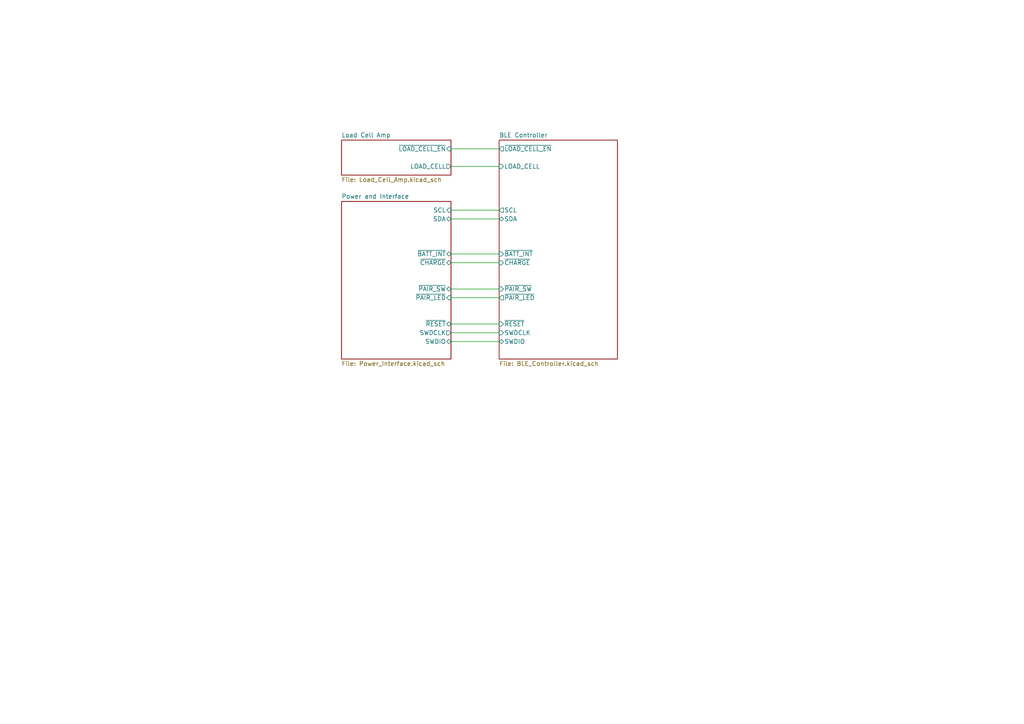
<source format=kicad_sch>
(kicad_sch
	(version 20250114)
	(generator "eeschema")
	(generator_version "9.0")
	(uuid "012d7bf9-8223-4140-afc5-ecb09d57c558")
	(paper "A4")
	(title_block
		(title "Project Architecture")
		(rev "${REVISION}")
		(company "${COMPANY}")
	)
	(lib_symbols)
	(wire
		(pts
			(xy 130.81 86.36) (xy 144.78 86.36)
		)
		(stroke
			(width 0)
			(type default)
		)
		(uuid "1227ecff-04bc-4a85-a4a2-9986e3c2ad4a")
	)
	(wire
		(pts
			(xy 130.81 93.98) (xy 144.78 93.98)
		)
		(stroke
			(width 0)
			(type default)
		)
		(uuid "1898be09-8fa4-4565-bf40-890a2e10f45d")
	)
	(wire
		(pts
			(xy 130.81 96.52) (xy 144.78 96.52)
		)
		(stroke
			(width 0)
			(type default)
		)
		(uuid "404ce2b2-2e75-4463-a315-c3ae394581a9")
	)
	(wire
		(pts
			(xy 130.81 48.26) (xy 144.78 48.26)
		)
		(stroke
			(width 0)
			(type default)
		)
		(uuid "665a9c50-6c67-4d58-8689-e57ca4b708e4")
	)
	(wire
		(pts
			(xy 130.81 63.5) (xy 144.78 63.5)
		)
		(stroke
			(width 0)
			(type default)
		)
		(uuid "9000076b-76fb-4760-906e-84be4704f53f")
	)
	(wire
		(pts
			(xy 130.81 73.66) (xy 144.78 73.66)
		)
		(stroke
			(width 0)
			(type default)
		)
		(uuid "90a59d0d-e940-4d15-8372-47e412a5b0a0")
	)
	(wire
		(pts
			(xy 130.81 76.2) (xy 144.78 76.2)
		)
		(stroke
			(width 0)
			(type default)
		)
		(uuid "95a259d0-6e23-4641-a5b8-e19e9c8f503c")
	)
	(wire
		(pts
			(xy 130.81 99.06) (xy 144.78 99.06)
		)
		(stroke
			(width 0)
			(type default)
		)
		(uuid "9a2663ac-f5d5-4051-a276-d8acb93f7e6e")
	)
	(wire
		(pts
			(xy 130.81 43.18) (xy 144.78 43.18)
		)
		(stroke
			(width 0)
			(type default)
		)
		(uuid "9b62e6bb-09ba-4cdc-9e26-c7a873d2759b")
	)
	(wire
		(pts
			(xy 130.81 60.96) (xy 144.78 60.96)
		)
		(stroke
			(width 0)
			(type default)
		)
		(uuid "d1c97e81-d9a8-4291-917f-dd80e406f5d8")
	)
	(wire
		(pts
			(xy 130.81 83.82) (xy 144.78 83.82)
		)
		(stroke
			(width 0)
			(type default)
		)
		(uuid "d8a02ddb-f9dd-4235-8ebc-da2d53c12958")
	)
	(sheet
		(at 99.06 58.42)
		(size 31.75 45.72)
		(exclude_from_sim no)
		(in_bom yes)
		(on_board yes)
		(dnp no)
		(fields_autoplaced yes)
		(stroke
			(width 0.1524)
			(type solid)
		)
		(fill
			(color 0 0 0 0.0000)
		)
		(uuid "6c8ce547-8e28-496a-9003-0e7dbfd93e8c")
		(property "Sheetname" "Power and Interface"
			(at 99.06 57.7084 0)
			(effects
				(font
					(size 1.27 1.27)
				)
				(justify left bottom)
			)
		)
		(property "Sheetfile" "Power_Interface.kicad_sch"
			(at 99.06 104.7246 0)
			(effects
				(font
					(size 1.27 1.27)
				)
				(justify left top)
			)
		)
		(pin "SWDCLK" output
			(at 130.81 96.52 0)
			(uuid "0db50187-0e7d-4aa7-b73a-d4608407bdef")
			(effects
				(font
					(size 1.27 1.27)
				)
				(justify right)
			)
		)
		(pin "SWDIO" bidirectional
			(at 130.81 99.06 0)
			(uuid "31c4f044-6d82-42ca-868b-7f6fc949aad2")
			(effects
				(font
					(size 1.27 1.27)
				)
				(justify right)
			)
		)
		(pin "~{RESET}" bidirectional
			(at 130.81 93.98 0)
			(uuid "a5ccfa40-c07b-4743-b2dc-ccff2da16997")
			(effects
				(font
					(size 1.27 1.27)
				)
				(justify right)
			)
		)
		(pin "SCL" input
			(at 130.81 60.96 0)
			(uuid "e419e6b7-8afa-415f-af8d-ec98a94d6c1d")
			(effects
				(font
					(size 1.27 1.27)
				)
				(justify right)
			)
		)
		(pin "SDA" bidirectional
			(at 130.81 63.5 0)
			(uuid "adf13c8d-c313-4244-8ee9-8fad108b5666")
			(effects
				(font
					(size 1.27 1.27)
				)
				(justify right)
			)
		)
		(pin "~{BATT_INT}" bidirectional
			(at 130.81 73.66 0)
			(uuid "a82262f1-58a6-4d58-a13c-395d10096253")
			(effects
				(font
					(size 1.27 1.27)
				)
				(justify right)
			)
		)
		(pin "~{PAIR_LED}" input
			(at 130.81 86.36 0)
			(uuid "05f5f7de-a55c-49de-b978-781626898b2a")
			(effects
				(font
					(size 1.27 1.27)
				)
				(justify right)
			)
		)
		(pin "~{PAIR_SW}" bidirectional
			(at 130.81 83.82 0)
			(uuid "69845853-5710-42aa-8ef5-f22c2fd7cde5")
			(effects
				(font
					(size 1.27 1.27)
				)
				(justify right)
			)
		)
		(pin "~{CHARGE}" tri_state
			(at 130.81 76.2 0)
			(uuid "ce61224f-a186-4441-9c12-d88a5f5b77b8")
			(effects
				(font
					(size 1.27 1.27)
				)
				(justify right)
			)
		)
		(instances
			(project "Test_5"
				(path "/8bfb0b6c-9e3a-4761-bc1e-4eb40915aa0b/f6afef58-d841-4ad6-baf9-746b0a35f011"
					(page "6")
				)
			)
		)
	)
	(sheet
		(at 144.78 40.64)
		(size 34.29 63.5)
		(exclude_from_sim no)
		(in_bom yes)
		(on_board yes)
		(dnp no)
		(fields_autoplaced yes)
		(stroke
			(width 0.1524)
			(type solid)
		)
		(fill
			(color 0 0 0 0.0000)
		)
		(uuid "9da43fd7-7a0a-403c-bf2c-ba67cd8fa669")
		(property "Sheetname" "BLE Controller"
			(at 144.78 39.9284 0)
			(effects
				(font
					(size 1.27 1.27)
				)
				(justify left bottom)
			)
		)
		(property "Sheetfile" "BLE_Controller.kicad_sch"
			(at 144.78 104.7246 0)
			(effects
				(font
					(size 1.27 1.27)
				)
				(justify left top)
			)
		)
		(pin "SWDCLK" input
			(at 144.78 96.52 180)
			(uuid "5fa0632f-b1cc-465c-bd86-0f112fc4e084")
			(effects
				(font
					(size 1.27 1.27)
				)
				(justify left)
			)
		)
		(pin "SWDIO" bidirectional
			(at 144.78 99.06 180)
			(uuid "92172b6b-d7c9-4b0a-acad-6948555f9714")
			(effects
				(font
					(size 1.27 1.27)
				)
				(justify left)
			)
		)
		(pin "LOAD_CELL" input
			(at 144.78 48.26 180)
			(uuid "d53629b6-d9ba-4d74-997d-192045187508")
			(effects
				(font
					(size 1.27 1.27)
				)
				(justify left)
			)
		)
		(pin "SCL" output
			(at 144.78 60.96 180)
			(uuid "b4502cb2-31bb-4b23-861d-35a0f8fe36b0")
			(effects
				(font
					(size 1.27 1.27)
				)
				(justify left)
			)
		)
		(pin "SDA" bidirectional
			(at 144.78 63.5 180)
			(uuid "6285cc7e-a573-48ec-94ad-be665f7a6a8d")
			(effects
				(font
					(size 1.27 1.27)
				)
				(justify left)
			)
		)
		(pin "~{BATT_INT}" input
			(at 144.78 73.66 180)
			(uuid "abed9517-eb6e-46e6-a661-0cbd174740f5")
			(effects
				(font
					(size 1.27 1.27)
				)
				(justify left)
			)
		)
		(pin "~{CHARGE}" input
			(at 144.78 76.2 180)
			(uuid "aa737158-eef0-4b63-9041-983b415bad55")
			(effects
				(font
					(size 1.27 1.27)
				)
				(justify left)
			)
		)
		(pin "~{LOAD_CELL_EN}" output
			(at 144.78 43.18 180)
			(uuid "d115bf14-98ee-4d86-bae1-fd2d8e818626")
			(effects
				(font
					(size 1.27 1.27)
				)
				(justify left)
			)
		)
		(pin "~{PAIR_LED}" output
			(at 144.78 86.36 180)
			(uuid "9c8ae25c-29b1-4aae-835c-d46e4f70a7f7")
			(effects
				(font
					(size 1.27 1.27)
				)
				(justify left)
			)
		)
		(pin "~{PAIR_SW}" input
			(at 144.78 83.82 180)
			(uuid "57fa8683-4e34-475f-943c-39b76fa7a4dd")
			(effects
				(font
					(size 1.27 1.27)
				)
				(justify left)
			)
		)
		(pin "~{RESET}" input
			(at 144.78 93.98 180)
			(uuid "cf66a665-bb43-4264-804c-79c2326f2bc2")
			(effects
				(font
					(size 1.27 1.27)
				)
				(justify left)
			)
		)
		(instances
			(project "Test_5"
				(path "/8bfb0b6c-9e3a-4761-bc1e-4eb40915aa0b/f6afef58-d841-4ad6-baf9-746b0a35f011"
					(page "5")
				)
			)
		)
	)
	(sheet
		(at 99.06 40.64)
		(size 31.75 10.16)
		(exclude_from_sim no)
		(in_bom yes)
		(on_board yes)
		(dnp no)
		(fields_autoplaced yes)
		(stroke
			(width 0.1524)
			(type solid)
		)
		(fill
			(color 0 0 0 0.0000)
		)
		(uuid "a5aa3c11-5084-4ea5-9da5-c9ff4a86f01f")
		(property "Sheetname" "Load Cell Amp"
			(at 99.06 39.9284 0)
			(effects
				(font
					(size 1.27 1.27)
				)
				(justify left bottom)
			)
		)
		(property "Sheetfile" "Load_Cell_Amp.kicad_sch"
			(at 99.06 51.3846 0)
			(effects
				(font
					(size 1.27 1.27)
				)
				(justify left top)
			)
		)
		(pin "LOAD_CELL" output
			(at 130.81 48.26 0)
			(uuid "c85ee897-3e46-4582-b08d-8489c44bb5fb")
			(effects
				(font
					(size 1.27 1.27)
				)
				(justify right)
			)
		)
		(pin "~{LOAD_CELL_EN}" input
			(at 130.81 43.18 0)
			(uuid "1272af7d-01cd-4c98-856b-c0166e56252e")
			(effects
				(font
					(size 1.27 1.27)
				)
				(justify right)
			)
		)
		(instances
			(project "Test_5"
				(path "/8bfb0b6c-9e3a-4761-bc1e-4eb40915aa0b/f6afef58-d841-4ad6-baf9-746b0a35f011"
					(page "4")
				)
			)
		)
	)
)

</source>
